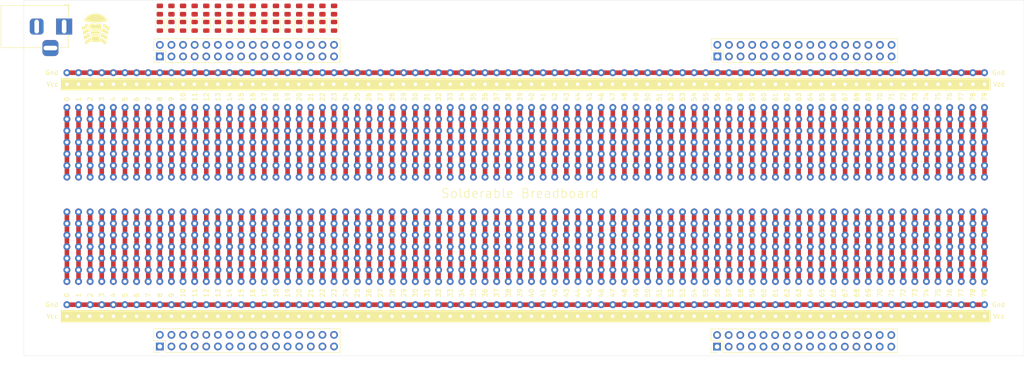
<source format=kicad_pcb>
(kicad_pcb (version 20211014) (generator pcbnew)
  (layers (0 "F.Cu" signal) (31 "B.Cu" signal) (34 "B.Paste" user) (35 "F.Paste" user) (36 "B.SilkS" user "B.Silkscreen") (37 "F.SilkS" user "F.Silkscreen") (38 "B.Mask" user) (39 "F.Mask" user) (44 "Edge.Cuts" user))
  (net 0 "")
  (net 1 "unconnected-(U1-Pad1)")
  (net 2 "unconnected-(U1-Pad2)")
  (net 3 "unconnected-(U1-Pad3)")
  (net 4 "unconnected-(U1-Pad4)")
  (net 5 "unconnected-(U1-Pad5)")
  (net 6 "unconnected-(U1-Pad6)")
  (net 7 "unconnected-(U1-Pad7)")
  (net 8 "unconnected-(U1-Pad8)")
  (net 9 "unconnected-(U1-Pad9)")
  (net 10 "unconnected-(U1-Pad10)")
  (net 11 "unconnected-(U1-Pad11)")
  (net 12 "unconnected-(U1-Pad12)")
  (net 13 "unconnected-(U1-Pad13)")
  (net 14 "unconnected-(U1-Pad14)")
  (net 15 "unconnected-(U1-Pad15)")
  (net 16 "unconnected-(U1-Pad16)")
  (net 17 "unconnected-(U1-Pad17)")
  (net 18 "unconnected-(U1-Pad18)")
  (net 19 "unconnected-(U1-Pad19)")
  (net 20 "unconnected-(U1-Pad20)")
  (net 21 "unconnected-(U1-Pad21)")
  (net 22 "unconnected-(U1-Pad22)")
  (net 23 "unconnected-(U1-Pad23)")
  (net 24 "unconnected-(U1-Pad24)")
  (net 25 "unconnected-(U1-Pad25)")
  (net 26 "unconnected-(U1-Pad26)")
  (net 27 "unconnected-(U1-Pad27)")
  (net 28 "unconnected-(U1-Pad28)")
  (net 29 "unconnected-(U1-Pad29)")
  (net 30 "unconnected-(U1-Pad30)")
  (net 31 "unconnected-(U1-Pad31)")
  (net 32 "unconnected-(U1-Pad32)")
  (net 33 "unconnected-(U1-Pad33)")
  (net 34 "unconnected-(U1-Pad34)")
  (net 35 "unconnected-(U1-Pad35)")
  (net 36 "unconnected-(U1-Pad36)")
  (net 37 "unconnected-(U1-Pad37)")
  (net 38 "unconnected-(U1-Pad38)")
  (net 39 "unconnected-(U1-Pad39)")
  (net 40 "unconnected-(U1-Pad40)")
  (net 41 "unconnected-(U1-Pad41)")
  (net 42 "unconnected-(U1-Pad42)")
  (net 43 "unconnected-(U1-Pad43)")
  (net 44 "unconnected-(U1-Pad44)")
  (net 45 "unconnected-(U1-Pad45)")
  (net 46 "unconnected-(U1-Pad46)")
  (net 47 "unconnected-(U1-Pad47)")
  (net 48 "unconnected-(U1-Pad48)")
  (net 49 "unconnected-(U1-Pad49)")
  (net 50 "unconnected-(U1-Pad50)")
  (net 51 "unconnected-(U1-Pad51)")
  (net 52 "unconnected-(U1-Pad52)")
  (net 53 "unconnected-(U1-Pad53)")
  (net 54 "unconnected-(U1-Pad54)")
  (net 55 "unconnected-(U1-Pad55)")
  (net 56 "unconnected-(U1-Pad56)")
  (net 57 "unconnected-(U1-Pad57)")
  (net 58 "unconnected-(U1-Pad58)")
  (net 59 "unconnected-(U1-Pad59)")
  (net 60 "unconnected-(U1-Pad60)")
  (net 61 "unconnected-(U1-Pad61)")
  (net 62 "unconnected-(U1-Pad62)")
  (net 63 "unconnected-(U1-Pad63)")
  (net 64 "unconnected-(U1-Pad64)")
  (net 65 "unconnected-(U1-Pad65)")
  (net 66 "unconnected-(U1-Pad66)")
  (net 67 "unconnected-(U1-Pad67)")
  (net 68 "unconnected-(U1-Pad68)")
  (net 69 "unconnected-(U1-Pad69)")
  (net 70 "unconnected-(U1-Pad70)")
  (net 71 "unconnected-(U1-Pad71)")
  (net 72 "unconnected-(U1-Pad72)")
  (net 73 "unconnected-(U1-Pad73)")
  (net 74 "unconnected-(U1-Pad74)")
  (net 75 "unconnected-(U1-Pad75)")
  (net 76 "unconnected-(U1-Pad76)")
  (net 77 "unconnected-(U1-Pad77)")
  (net 78 "unconnected-(U1-Pad78)")
  (net 79 "unconnected-(U1-Pad79)")
  (net 80 "unconnected-(U1-Pad80)")
  (net 81 "unconnected-(U1-Pad81)")
  (net 82 "unconnected-(U1-Pad82)")
  (net 83 "unconnected-(U1-Pad83)")
  (net 84 "unconnected-(U1-Pad84)")
  (net 85 "unconnected-(U1-Pad85)")
  (net 86 "unconnected-(U1-Pad86)")
  (net 87 "unconnected-(U1-Pad87)")
  (net 88 "unconnected-(U1-Pad88)")
  (net 89 "unconnected-(U1-Pad89)")
  (net 90 "unconnected-(U1-Pad90)")
  (net 91 "unconnected-(U1-Pad91)")
  (net 92 "unconnected-(U1-Pad92)")
  (net 93 "unconnected-(U1-Pad93)")
  (net 94 "unconnected-(U1-Pad94)")
  (net 95 "unconnected-(U1-Pad95)")
  (net 96 "unconnected-(U1-Pad96)")
  (net 97 "unconnected-(U1-Pad97)")
  (net 98 "unconnected-(U1-Pad98)")
  (net 99 "unconnected-(U1-Pad99)")
  (net 100 "unconnected-(U1-Pad100)")
  (net 101 "unconnected-(U1-Pad101)")
  (net 102 "unconnected-(U1-Pad102)")
  (net 103 "unconnected-(U1-Pad103)")
  (net 104 "unconnected-(U1-Pad104)")
  (net 105 "unconnected-(U1-Pad105)")
  (net 106 "unconnected-(U1-Pad106)")
  (net 107 "unconnected-(U1-Pad107)")
  (net 108 "unconnected-(U1-Pad108)")
  (net 109 "unconnected-(U1-Pad109)")
  (net 110 "unconnected-(U1-Pad110)")
  (net 111 "unconnected-(U1-Pad111)")
  (net 112 "unconnected-(U1-Pad112)")
  (net 113 "unconnected-(U1-Pad113)")
  (net 114 "unconnected-(U1-Pad114)")
  (net 115 "unconnected-(U1-Pad115)")
  (net 116 "unconnected-(U1-Pad116)")
  (net 117 "unconnected-(U1-Pad117)")
  (net 118 "unconnected-(U1-Pad118)")
  (net 119 "unconnected-(U1-Pad119)")
  (net 120 "unconnected-(U1-Pad120)")
  (net 121 "unconnected-(U1-Pad121)")
  (net 122 "unconnected-(U1-Pad122)")
  (net 123 "unconnected-(U1-Pad123)")
  (net 124 "unconnected-(U1-Pad124)")
  (net 125 "unconnected-(U1-Pad125)")
  (net 126 "unconnected-(U1-Pad126)")
  (net 127 "unconnected-(U1-Pad127)")
  (net 128 "unconnected-(U1-Pad128)")
  (net 129 "unconnected-(U1-Pad129)")
  (net 130 "unconnected-(U1-Pad130)")
  (net 131 "unconnected-(U1-Pad131)")
  (net 132 "unconnected-(U1-Pad132)")
  (net 133 "unconnected-(U1-Pad133)")
  (net 134 "unconnected-(U1-Pad134)")
  (net 135 "unconnected-(U1-Pad135)")
  (net 136 "unconnected-(U1-Pad136)")
  (net 137 "unconnected-(U1-Pad137)")
  (net 138 "unconnected-(U1-Pad138)")
  (net 139 "unconnected-(U1-Pad139)")
  (net 140 "unconnected-(U1-Pad140)")
  (net 141 "unconnected-(U1-Pad141)")
  (net 142 "unconnected-(U1-Pad142)")
  (net 143 "unconnected-(U1-Pad143)")
  (net 144 "unconnected-(U1-Pad144)")
  (net 145 "unconnected-(U1-Pad145)")
  (net 146 "unconnected-(U1-Pad146)")
  (net 147 "unconnected-(U1-Pad147)")
  (net 148 "unconnected-(U1-Pad148)")
  (net 149 "unconnected-(U1-Pad149)")
  (net 150 "unconnected-(U1-Pad150)")
  (net 151 "unconnected-(U1-Pad151)")
  (net 152 "unconnected-(U1-Pad152)")
  (net 153 "unconnected-(U1-Pad153)")
  (net 154 "unconnected-(U1-Pad154)")
  (net 155 "unconnected-(U1-Pad155)")
  (net 156 "unconnected-(U1-Pad156)")
  (net 157 "unconnected-(U1-Pad157)")
  (net 158 "unconnected-(U1-Pad158)")
  (net 159 "unconnected-(U1-Pad159)")
  (net 160 "unconnected-(U1-Pad160)")
  (net 161 "unconnected-(U1-PadGnd)")
  (net 162 "unconnected-(U1-PadVcc)")
  (net 163 "Net-(D1-Pad1)")
  (net 164 "Net-(D1-Pad2)")
  (net 165 "Net-(D2-Pad1)")
  (net 166 "Net-(D2-Pad2)")
  (net 167 "Net-(D3-Pad1)")
  (net 168 "Net-(D3-Pad2)")
  (net 169 "Net-(D4-Pad1)")
  (net 170 "Net-(D4-Pad2)")
  (net 171 "Net-(D5-Pad1)")
  (net 172 "Net-(D5-Pad2)")
  (net 173 "Net-(D6-Pad1)")
  (net 174 "Net-(D6-Pad2)")
  (net 175 "Net-(D7-Pad1)")
  (net 176 "Net-(D7-Pad2)")
  (net 177 "Net-(D8-Pad1)")
  (net 178 "Net-(D8-Pad2)")
  (net 179 "Net-(D9-Pad1)")
  (net 180 "Net-(D9-Pad2)")
  (net 181 "Net-(D10-Pad1)")
  (net 182 "Net-(D10-Pad2)")
  (net 183 "Net-(D11-Pad1)")
  (net 184 "Net-(D11-Pad2)")
  (net 185 "Net-(D12-Pad1)")
  (net 186 "Net-(D12-Pad2)")
  (net 187 "Net-(D13-Pad1)")
  (net 188 "Net-(D13-Pad2)")
  (net 189 "Net-(D14-Pad1)")
  (net 190 "Net-(D14-Pad2)")
  (net 191 "Net-(D15-Pad1)")
  (net 192 "Net-(D15-Pad2)")
  (net 193 "Net-(D16-Pad1)")
  (net 194 "Net-(D16-Pad2)")
  (net 195 "GND")
  (net 196 "VCC")
  (net 197 "Net-(D17-Pad2)")
  (net 198 "Net-(D18-Pad2)")
  (net 199 "Net-(D19-Pad2)")
  (net 200 "Net-(D20-Pad2)")
  (net 201 "Net-(D21-Pad2)")
  (net 202 "Net-(D22-Pad2)")
  (net 203 "Net-(D23-Pad2)")
  (net 204 "Net-(D24-Pad2)")
  (net 205 "Net-(D25-Pad2)")
  (net 206 "Net-(D26-Pad2)")
  (net 207 "Net-(D27-Pad2)")
  (net 208 "Net-(D28-Pad2)")
  (net 209 "Net-(D29-Pad2)")
  (net 210 "Net-(D30-Pad2)")
  (net 211 "Net-(D31-Pad2)")
  (net 212 "Net-(D32-Pad2)")
  (net 213 "Net-(J4-Pad1)")
  (net 214 "Net-(J4-Pad3)")
  (net 215 "Net-(J4-Pad5)")
  (net 216 "Net-(J4-Pad7)")
  (net 217 "Net-(J4-Pad10)")
  (net 218 "Net-(J4-Pad11)")
  (net 219 "Net-(J4-Pad13)")
  (net 220 "Net-(J4-Pad15)")
  (net 221 "Net-(J4-Pad17)")
  (net 222 "Net-(J4-Pad19)")
  (net 223 "Net-(J4-Pad21)")
  (net 224 "Net-(J4-Pad23)")
  (net 225 "Net-(J4-Pad25)")
  (net 226 "Net-(J4-Pad27)")
  (net 227 "Net-(J4-Pad29)")
  (net 228 "Net-(J4-Pad31)")
  (net 229 "Net-(J5-Pad1)")
  (net 230 "Net-(J5-Pad3)")
  (net 231 "Net-(J5-Pad5)")
  (net 232 "Net-(J5-Pad7)")
  (net 233 "Net-(J5-Pad10)")
  (net 234 "Net-(J5-Pad11)")
  (net 235 "Net-(J5-Pad13)")
  (net 236 "Net-(J5-Pad15)")
  (net 237 "Net-(J5-Pad17)")
  (net 238 "Net-(J5-Pad19)")
  (net 239 "Net-(J5-Pad21)")
  (net 240 "Net-(J5-Pad23)")
  (net 241 "Net-(J5-Pad25)")
  (net 242 "Net-(J5-Pad27)")
  (net 243 "Net-(J5-Pad29)")
  (net 244 "Net-(J5-Pad31)")
  (footprint "Resistor_SMD:R_0805_2012Metric" (layer "F.Cu") (at 66.294 64.516 90)
    (fp_text reference "R6" hide)
    (fp_text value "R_Small_US" hide)
  )
  (footprint "LED_SMD:LED_0805_2012Metric" (layer "F.Cu") (at 73.914 68.072 -90)
    (fp_text reference "D9" hide)
    (fp_text value "LED" hide)
  )
  (footprint "Resistor_SMD:R_0805_2012Metric" (layer "F.Cu") (at 81.534 64.516 90)
    (fp_text reference "R12" hide)
    (fp_text value "R_Small_US" hide)
  )
  (footprint "Resistor_SMD:R_0805_2012Metric" (layer "F.Cu") (at 84.074 64.516 90)
    (fp_text reference "R13" hide)
    (fp_text value "R_Small_US" hide)
  )
  (footprint "Resistor_SMD:R_0805_2012Metric" (layer "F.Cu") (at 63.754 64.516 90)
    (fp_text reference "R5" hide)
    (fp_text value "R_Small_US" hide)
  )
  (footprint "Resistor_SMD:R_0805_2012Metric" (layer "F.Cu") (at 68.834 64.516 90)
    (fp_text reference "R7" hide)
    (fp_text value "R_Small_US" hide)
  )
  (footprint "LED_SMD:LED_0805_2012Metric" (layer "F.Cu") (at 66.294 68.072 -90)
    (fp_text reference "D6" hide)
    (fp_text value "LED" hide)
  )
  (footprint "Resistor_SMD:R_0805_2012Metric" (layer "F.Cu") (at 53.594 64.516 90)
    (fp_text reference "R1" hide)
    (fp_text value "R_Small_US" hide)
  )
  (footprint "LED_SMD:LED_0805_2012Metric" (layer "F.Cu") (at 86.614 68.072 -90)
    (fp_text reference "D14" hide)
    (fp_text value "LED" hide)
  )
  (footprint "Resistor_SMD:R_0805_2012Metric" (layer "F.Cu") (at 76.454 64.516 90)
    (fp_text reference "R10" hide)
    (fp_text value "R_Small_US" hide)
  )
  (footprint "stephen-breadboard-footprints:full-breadboard" (layer "F.Cu") (at 129.794 70.612)
    (fp_text reference "U1" hide)
    (fp_text value "breadboard-full" hide)
  )
  (footprint "Resistor_SMD:R_0805_2012Metric" (layer "F.Cu") (at 86.614 64.516 90)
    (fp_text reference "R14" hide)
    (fp_text value "R_Small_US" hide)
  )
  (footprint "Connector_PinHeader_2.54mm:PinHeader_2x16_P2.54mm_Vertical" (layer "F.Cu") (at 175.514 74.676 90)
    (fp_text reference "J3" hide)
    (fp_text value "Conn_02x16_Odd_Even" hide)
  )
  (footprint "Connector_BarrelJack:BarrelJack_Horizontal" (layer "F.Cu") (at 32.67 68.1305)
    (fp_text reference "J1" hide)
    (fp_text value "Barrel_Jack_MountingPin" hide)
  )
  (footprint "Resistor_SMD:R_0805_2012Metric" (layer "F.Cu") (at 61.214 64.516 90)
    (fp_text reference "R4" hide)
    (fp_text value "R_Small_US" hide)
  )
  (footprint "LED_SMD:LED_0805_2012Metric" (layer "F.Cu") (at 56.134 68.072 -90)
    (fp_text reference "D2" hide)
    (fp_text value "LED" hide)
  )
  (footprint "LED_SMD:LED_0805_2012Metric" (layer "F.Cu") (at 71.374 68.072 -90)
    (fp_text reference "D8" hide)
    (fp_text value "LED" hide)
  )
  (footprint "Resistor_SMD:R_0805_2012Metric" (layer "F.Cu") (at 58.674 64.516 90)
    (fp_text reference "R3" hide)
    (fp_text value "R_Small_US" hide)
  )
  (footprint "LED_SMD:LED_0805_2012Metric" (layer "F.Cu") (at 63.754 68.072 -90)
    (fp_text reference "D5" hide)
    (fp_text value "LED" hide)
  )
  (footprint "Resistor_SMD:R_0805_2012Metric" (layer "F.Cu") (at 89.154 64.516 90)
    (fp_text reference "R15" hide)
    (fp_text value "R_Small_US" hide)
  )
  (footprint "LED_SMD:LED_0805_2012Metric" (layer "F.Cu") (at 61.214 68.072 -90)
    (fp_text reference "D4" hide)
    (fp_text value "LED" hide)
  )
  (footprint "LED_SMD:LED_0805_2012Metric" (layer "F.Cu") (at 68.834 68.072 -90)
    (fp_text reference "D7" hide)
    (fp_text value "LED" hide)
  )
  (footprint "Resistor_SMD:R_0805_2012Metric" (layer "F.Cu") (at 56.134 64.516 90)
    (fp_text reference "R2" hide)
    (fp_text value "R_Small_US" hide)
  )
  (footprint "LED_SMD:LED_0805_2012Metric" (layer "F.Cu") (at 89.154 68.072 -90)
    (fp_text reference "D15" hide)
    (fp_text value "LED" hide)
  )
  (footprint "Resistor_SMD:R_0805_2012Metric" (layer "F.Cu") (at 91.694 64.516 90)
    (fp_text reference "R16" hide)
    (fp_text value "R_Small_US" hide)
  )
  (footprint "LED_SMD:LED_0805_2012Metric" (layer "F.Cu") (at 53.594 68.072 -90)
    (fp_text reference "D1" hide)
    (fp_text value "LED" hide)
  )
  (footprint "Resistor_SMD:R_0805_2012Metric" (layer "F.Cu") (at 73.914 64.516 90)
    (fp_text reference "R9" hide)
    (fp_text value "R_Small_US" hide)
  )
  (footprint "Connector_PinHeader_2.54mm:PinHeader_2x16_P2.54mm_Vertical" (layer "F.Cu") (at 175.45 138.22 90)
    (fp_text reference "J4" hide)
    (fp_text value "Conn_02x16_Odd_Even" hide)
  )
  (footprint "LED_SMD:LED_0805_2012Metric" (layer "F.Cu") (at 81.534 68.072 -90)
    (fp_text reference "D12" hide)
    (fp_text value "LED" hide)
  )
  (footprint "LED_SMD:LED_0805_2012Metric" (layer "F.Cu") (at 91.694 68.072 -90)
    (fp_text reference "D16" hide)
    (fp_text value "LED" hide)
  )
  (footprint "LED_SMD:LED_0805_2012Metric" (layer "F.Cu") (at 76.454 68.072 -90)
    (fp_text reference "D10" hide)
    (fp_text value "LED" hide)
  )
  (footprint "LED_SMD:LED_0805_2012Metric" (layer "F.Cu") (at 58.674 68.072 -90)
    (fp_text reference "D3" hide)
    (fp_text value "LED" hide)
  )
  (footprint "LED_SMD:LED_0805_2012Metric" (layer "F.Cu") (at 78.994 68.072 -90)
    (fp_text reference "D11" hide)
    (fp_text value "LED" hide)
  )
  (footprint "LED_SMD:LED_0805_2012Metric" (layer "F.Cu") (at 84.074 68.072 -90)
    (fp_text reference "D13" hide)
    (fp_text value "LED" hide)
  )
  (footprint "Connector_PinHeader_2.54mm:PinHeader_2x16_P2.54mm_Vertical" (layer "F.Cu") (at 53.594 138.176 90)
    (fp_text reference "J5" hide)
    (fp_text value "Conn_02x16_Odd_Even")
  )
  (footprint "Resistor_SMD:R_0805_2012Metric" (layer "F.Cu") (at 71.374 64.516 90)
    (fp_text reference "R8" hide)
    (fp_text value "R_Small_US" hide)
  )
  (footprint "Connector_PinHeader_2.54mm:PinHeader_2x16_P2.54mm_Vertical" (layer "F.Cu") (at 53.595 74.676 90)
    (fp_text reference "J2" hide)
    (fp_text value "Conn_02x16_Odd_Even" hide)
  )
  (footprint "Resistor_SMD:R_0805_2012Metric" (layer "F.Cu") (at 78.994 64.516 90)
    (fp_text reference "R11" hide)
    (fp_text value "R_Small_US" hide)
  )
  (gr_line (start 37.91124 65.908624) (end 37.8703 65.734729) (layer "F.SilkS") (width 0.026458))
  (gr_line (start 37.420889 65.020048) (end 37.383853 65.033072) (layer "F.SilkS") (width 0.026458))
  (gr_poly (pts (xy 40.785045 69.651925) (xy 40.654076 70.373179) (xy 41.224782 70.373179) (xy 41.599168 70.917162) (xy 42.034936 70.917162) (xy 42.158497 70.191939) (xy 41.657112 70.195908) (xy 41.26738 69.651925) (xy 40.785045 69.651925)) (layer "F.SilkS") (width 0.026458) (fill solid))
  (gr_poly (pts (xy 38.119103 68.59809) (xy 38.250072 69.319608) (xy 37.679101 69.319608) (xy 37.30498 69.863592) (xy 36.869212 69.863592) (xy 36.745651 69.138369) (xy 37.247037 69.142073) (xy 37.636768 68.59809) (xy 38.119103 68.59809)) (layer "F.SilkS") (width 0.026458) (fill solid))
  (gr_poly (pts (xy 38.62922 70.087958) (xy 38.854116 71.482312) (xy 40.254026 71.482312) (xy 40.478922 70.087958) (xy 38.62922 70.087958)) (layer "F.SilkS") (width 0.026458) (fill solid))
  (gr_poly (pts (xy 38.272033 67.481813) (xy 39.210245 67.481813) (xy 39.211804 67.49374) (xy 39.213705 67.505609) (xy 39.215946 67.517414) (xy 39.218527 67.529147) (xy 39.221445 67.5408) (xy 39.224699 67.552367) (xy 39.228286 67.56384) (xy 39.232206 67.575211) (xy 39.234308 67.580024) (xy 39.236501 67.584791) (xy 39.238785 67.589512) (xy 39.241159 67.594186) (xy 39.243623 67.598812) (xy 39.246175 67.603387) (xy 39.248814 67.607911) (xy 39.251541 67.612383) (xy 39.254354 67.616801) (xy 39.257252 67.621164) (xy 39.260235 67.625471) (xy 39.263302 67.629721) (xy 39.266452 67.633911) (xy 39.269684 67.638042) (xy 39.272997 67.642112) (xy 39.276392 67.646119) (xy 39.280968 67.651955) (xy 39.285649 67.657703) (xy 39.290432 67.663361) (xy 39.295316 67.668928) (xy 39.300299 67.674403) (xy 39.305382 67.679783) (xy 39.310561 67.685068) (xy 39.315836 67.690257) (xy 39.321206 67.695349) (xy 39.326668 67.700341) (xy 39.332223 67.705232) (xy 39.337867 67.710023) (xy 39.343601 67.71471) (xy 39.349422 67.719293) (xy 39.355329 67.72377) (xy 39.361322 67.72814) (xy 39.369069 67.733419) (xy 39.376931 67.738509) (xy 39.384903 67.743408) (xy 39.392984 67.748114) (xy 39.401168 67.752626) (xy 39.409454 67.756943) (xy 39.417836 67.761062) (xy 39.426311 67.764982) (xy 39.434877 67.768702) (xy 39.443529 67.77222) (xy 39.452263 67.775534) (xy 39.461077 67.778643) (xy 39.469966 67.781545) (xy 39.478928 67.784238) (xy 39.487958 67.786722) (xy 39.497053 67.788993) (xy 39.505888 67.791103) (xy 39.514767 67.792998) (xy 39.523686 67.794679) (xy 39.532642 67.796145) (xy 39.541631 67.797394) (xy 39.550649 67.798427) (xy 39.559691 67.799244) (xy 39.568754 67.799842) (xy 39.577176 67.800146) (xy 39.585598 67.800249) (xy 39.594018 67.800152) (xy 39.602432 67.799854) (xy 39.610837 67.799357) (xy 39.619229 67.79866) (xy 39.627604 67.797763) (xy 39.635959 67.796666) (xy 39.644021 67.795184) (xy 39.65204 67.793522) (xy 39.660014 67.791681) (xy 39.667939 67.789661) (xy 39.675813 67.787466) (xy 39.683633 67.785094) (xy 39.691395 67.782548) (xy 39.699097 67.779829) (xy 39.706736 67.776936) (xy 39.714309 67.773873) (xy 39.721813 67.770639) (xy 39.729245 67.767236) (xy 39.736603 67.763665) (xy 39.743882 67.759926) (xy 39.751081 67.756022) (xy 39.758197 67.751952) (xy 39.765632 67.747729) (xy 39.772968 67.74335) (xy 39.780204 67.738818) (xy 39.787336 67.734134) (xy 39.794363 67.7293) (xy 39.801282 67.724318) (xy 39.80809 67.719189) (xy 39.814786 67.713916) (xy 39.821368 67.708501) (xy 39.827832 67.702945) (xy 39.834177 67.69725) (xy 39.8404 67.691418) (xy 39.846499 67.68545) (xy 39.852472 67.67935) (xy 39.858317 67.673118) (xy 39.86403 67.666756) (xy 39.869118 67.66122) (xy 39.874059 67.655563) (xy 39.878851 67.649788) (xy 39.883492 67.6439) (xy 39.887981 67.6379) (xy 39.892315 67.631791) (xy 39.896492 67.625578) (xy 39.900511 67.619262) (xy 39.90437 67.612847) (xy 39.908066 67.606336) (xy 39.911599 67.599732) (xy 39.914966 67.593038) (xy 39.918165 67.586257) (xy 39.921194 67.579392) (xy 39.924052 67.572446) (xy 39.926736 67.565422) (xy 39.929929 67.555101) (xy 39.932985 67.544739) (xy 39.935904 67.53434) (xy 39.938686 67.523903) (xy 39.94133 67.513431) (xy 39.943836 67.502924) (xy 39.946203 67.492385) (xy 39.948432 67.481813) (xy 40.828966 67.481813) (xy 40.678946 68.789383) (xy 38.448245 68.789383) (xy 38.272033 67.481813)) (layer "F.SilkS") (width 0.026458) (fill solid))
  (gr_line (start 42.341914 66.177113) (end 42.395523 66.389659) (layer "F.SilkS") (width 0.026458))
  (gr_line (start 41.703397 65.057) (end 41.73921 65.061587) (layer "F.SilkS") (width 0.026458))
  (gr_line (start 37.729769 65.299397) (end 37.676154 65.191868) (layer "F.SilkS") (width 0.026458))
  (gr_line (start 38.052428 66.677743) (end 37.985828 66.283755) (layer "F.SilkS") (width 0.026458))
  (gr_line (start 37.524833 65.030276) (end 37.491346 65.01898) (layer "F.SilkS") (width 0.026458))
  (gr_line (start 41.174183 66.325295) (end 41.248797 65.950164) (layer "F.SilkS") (width 0.026458))
  (gr_poly (pts (xy 40.569674 70.679037) (xy 40.438441 71.400556) (xy 41.009412 71.400556) (xy 41.383532 71.94454) (xy 41.819566 71.94454) (xy 41.942862 71.219052) (xy 41.441476 71.223021) (xy 41.051745 70.679037) (xy 40.569674 70.679037)) (layer "F.SilkS") (width 0.026458) (fill solid))
  (gr_line (start 37.588487 65.074881) (end 37.557203 65.04902) (layer "F.SilkS") (width 0.026458))
  (gr_line (start 37.179303 65.236294) (end 37.094073 65.379697) (layer "F.SilkS") (width 0.026458))
  (gr_line (start 41.980697 65.277833) (end 41.980697 65.277833) (layer "F.SilkS") (width 0.026458))
  (gr_line (start 41.248797 65.950164) (end 41.289754 65.776269) (layer "F.SilkS") (width 0.026458))
  (gr_poly (pts (xy 38.957304 65.953844) (xy 38.957099 65.95574) (xy 38.956559 65.959094) (xy 38.954922 65.968065) (xy 38.952541 65.980302) (xy 38.930308 65.98244) (xy 38.90813 65.985027) (xy 38.886014 65.988063) (xy 38.863966 65.991547) (xy 38.841993 65.995477) (xy 38.820103 65.999852) (xy 38.798301 66.004672) (xy 38.776594 66.009935) (xy 38.765203 66.013418) (xy 38.75386 66.01705) (xy 38.742566 66.020831) (xy 38.731324 66.02476) (xy 38.720135 66.028837) (xy 38.709 66.033061) (xy 38.697921 66.037432) (xy 38.686899 66.041949) (xy 38.683674 66.043235) (xy 38.680049 66.044744) (xy 38.670991 66.04863) (xy 38.65851 66.054005) (xy 38.641391 66.061265) (xy 38.595354 66.080844) (xy 38.585619 66.085484) (xy 38.57596 66.090274) (xy 38.566378 66.095213) (xy 38.556875 66.100301) (xy 38.547452 66.105536) (xy 38.538112 66.110918) (xy 38.528855 66.116445) (xy 38.519684 66.122118) (xy 38.509837 66.129445) (xy 38.5001 66.137075) (xy 38.48069 66.152876) (xy 38.470888 66.16086) (xy 38.460933 66.168776) (xy 38.450762 66.176531) (xy 38.445574 66.180318) (xy 38.440308 66.184031) (xy 38.439443 66.18511) (xy 38.438561 66.186174) (xy 38.437661 66.187224) (xy 38.436743 66.188257) (xy 38.435808 66.189275) (xy 38.434855 66.190277) (xy 38.433886 66.191263) (xy 38.4329 66.192233) (xy 38.431303 66.193795) (xy 38.429845 66.195152) (xy 38.428467 66.196372) (xy 38.427112 66.197525) (xy 38.42423 66.199898) (xy 38.422586 66.201255) (xy 38.420729 66.202816) (xy 38.410674 66.21287) (xy 38.396122 66.229274) (xy 38.386333 66.240651) (xy 38.377682 66.237533) (xy 38.369122 66.234187) (xy 38.360657 66.230614) (xy 38.352293 66.226818) (xy 38.344033 66.222799) (xy 38.335881 66.21856) (xy 38.327843 66.214104) (xy 38.319923 66.209432) (xy 38.315827 66.207151) (xy 38.311807 66.204753) (xy 38.307867 66.202238) (xy 38.304008 66.19961) (xy 38.300233 66.19687) (xy 38.296543 66.19402) (xy 38.292942 66.191063) (xy 38.289431 66.188001) (xy 38.286014 66.184835) (xy 38.282691 66.181567) (xy 38.279467 66.178201) (xy 38.276342 66.174737) (xy 38.27332 66.171179) (xy 38.270402 66.167527) (xy 38.267591 66.163785) (xy 38.264889 66.159954) (xy 38.244781 66.122912) (xy 38.27653 66.087723) (xy 38.288172 66.07585) (xy 38.297738 66.06618) (xy 38.302004 66.06192) (xy 38.30537 66.058619) (xy 38.312854 66.051362) (xy 38.320462 66.044238) (xy 38.328192 66.037249) (xy 38.336042 66.030396) (xy 38.34401 66.023681) (xy 38.352095 66.017105) (xy 38.360294 66.010671) (xy 38.368606 66.004379) (xy 38.375663 65.998625) (xy 38.382814 65.992992) (xy 38.390058 65.987481) (xy 38.397392 65.982092) (xy 38.404816 65.976826) (xy 38.412327 65.971686) (xy 38.419925 65.966671) (xy 38.427607 65.961783) (xy 38.431902 65.959124) (xy 38.436272 65.956491) (xy 38.445334 65.951199) (xy 38.465442 65.939822) (xy 38.47894 65.932364) (xy 38.489685 65.926592) (xy 38.497701 65.922409) (xy 38.503013 65.919713) (xy 38.526297 65.908071) (xy 38.556249 65.894333) (xy 38.586528 65.881372) (xy 38.617118 65.869194) (xy 38.648005 65.857804) (xy 38.679173 65.847207) (xy 38.710607 65.837409) (xy 38.742292 65.828415) (xy 38.774211 65.82023) (xy 38.802303 65.814384) (xy 38.83027 65.809175) (xy 38.856997 65.804649) (xy 38.881368 65.800849) (xy 38.932961 65.793771) (xy 38.934913 65.798393) (xy 38.939642 65.809911) (xy 38.942522 65.817155) (xy 38.945463 65.824802) (xy 38.948256 65.832412) (xy 38.950689 65.839545) (xy 38.952575 65.846532) (xy 38.954266 65.853558) (xy 38.955762 65.860621) (xy 38.957062 65.867716) (xy 38.958165 65.874838) (xy 38.959073 65.881984) (xy 38.959784 65.889149) (xy 38.960298 65.89633) (xy 38.960616 65.903522) (xy 38.960736 65.910721) (xy 38.960659 65.917924) (xy 38.960384 65.925126) (xy 38.959911 65.932323) (xy 38.95924 65.939511) (xy 38.958371 65.946686) (xy 38.957304 65.953844)) (layer "F.SilkS") (width 0.026458) (fill solid))
  (gr_poly (pts (xy 38.449039 69.002902) (xy 40.653018 69.002902) (xy 40.523901 69.874175) (xy 38.60091 69.874175) (xy 38.449039 69.002902)) (layer "F.SilkS") (width 0.026458) (fill solid))
  (gr_line (start 37.306005 65.085751) (end 37.265127 65.126065) (layer "F.SilkS") (width 0.026458))
  (gr_line (start 42.395523 66.389659) (end 42.485357 66.812251) (layer "F.SilkS") (width 0.026458))
  (gr_line (start 37.265127 65.126065) (end 37.222904 65.176136) (layer "F.SilkS") (width 0.026458))
  (gr_line (start 37.094073 65.379697) (end 37.015482 65.545733) (layer "F.SilkS") (width 0.026458))
  (gr_poly (pts (xy 38.533441 70.679037) (xy 38.664674 71.400556) (xy 38.093703 71.400556) (xy 37.719583 71.94454) (xy 37.283549 71.94454) (xy 37.160253 71.219052) (xy 37.661639 71.223021) (xy 38.05137 70.679037) (xy 38.533441 70.679037)) (layer "F.SilkS") (width 0.026458) (fill solid))
  (gr_line (start 41.602915 65.09056) (end 41.635282 65.071816) (layer "F.SilkS") (width 0.026458))
  (gr_line (start 36.877587 65.928101) (end 36.817969 66.135635) (layer "F.SilkS") (width 0.026458))
  (gr_line (start 37.985828 66.283755) (end 37.91124 65.908624) (layer "F.SilkS") (width 0.026458))
  (gr_line (start 37.779825 65.427476) (end 37.729769 65.299397) (layer "F.SilkS") (width 0.026458))
  (gr_line (start 41.980697 65.277833) (end 42.065883 65.421234) (layer "F.SilkS") (width 0.026458))
  (gr_line (start 37.491346 65.01898) (end 37.456709 65.01546) (layer "F.SilkS") (width 0.026458))
  (gr_line (start 42.599859 67.524282) (end 42.635805 67.824183) (layer "F.SilkS") (width 0.026458))
  (gr_poly (pts (xy 40.984012 68.59809) (xy 40.853043 69.319608) (xy 41.424014 69.319608) (xy 41.798134 69.863592) (xy 42.234168 69.863592) (xy 42.357464 69.138369) (xy 41.856078 69.142073) (xy 41.466347 68.59809) (xy 40.984012 68.59809)) (layer "F.SilkS") (width 0.026458) (fill solid))
  (gr_line (start 41.854056 65.12729) (end 41.894916 65.167605) (layer "F.SilkS") (width 0.026458))
  (gr_line (start 36.606878 67.16083) (end 36.560104 67.482966) (layer "F.SilkS") (width 0.026458))
  (gr_line (start 37.8703 65.734729) (end 37.826582 65.573467) (layer "F.SilkS") (width 0.026458))
  (gr_line (start 37.383853 65.033072) (end 37.345569 65.054863) (layer "F.SilkS") (width 0.026458))
  (gr_line (start 42.21653 65.771516) (end 42.282301 65.969599) (layer "F.SilkS") (width 0.026458))
  (gr_line (start 41.73921 65.061587) (end 41.776235 65.074612) (layer "F.SilkS") (width 0.026458))
  (gr_line (start 42.144442 65.587261) (end 42.21653 65.771516) (layer "F.SilkS") (width 0.026458))
  (gr_line (start 41.541398 65.149069) (end 41.571631 65.116421) (layer "F.SilkS") (width 0.026458))
  (gr_line (start 41.814507 65.096403) (end 41.854056 65.12729) (layer "F.SilkS") (width 0.026458))
  (gr_poly (pts (xy 39.553939 65.273071) (xy 39.421772 65.276695) (xy 39.291259 65.287302) (xy 39.162592 65.304492) (xy 39.035968 65.327867) (xy 38.911579 65.357029) (xy 38.78962 65.39158) (xy 38.670285 65.431119) (xy 38.553768 65.47525) (xy 38.329967 65.57569) (xy 38.11977 65.689711) (xy 37.924732 65.814124) (xy 37.746405 65.945741) (xy 37.586343 66.081374) (xy 37.446101 66.217833) (xy 37.327232 66.35193) (xy 37.23129 66.480477) (xy 37.159828 66.600284) (xy 37.114401 66.708165) (xy 37.101936 66.756635) (xy 37.096563 66.800929) (xy 37.098474 66.840646) (xy 37.107866 66.875388) (xy 37.121153 66.899944) (xy 37.139497 66.921739) (xy 37.162692 66.940952) (xy 37.190532 66.957763) (xy 37.222813 66.97235) (xy 37.259328 66.984893) (xy 37.299873 66.995569) (xy 37.344242 67.004559) (xy 37.443631 67.018192) (xy 37.555852 67.027225) (xy 37.81222 67.037214) (xy 38.100201 67.045975) (xy 38.251939 67.053473) (xy 38.406652 67.064958) (xy 38.562696 67.081861) (xy 38.718429 67.105614) (xy 38.795666 67.120507) (xy 38.872209 67.137648) (xy 38.947852 67.157218) (xy 39.022391 67.179394) (xy 39.085575 67.199302) (xy 39.149316 67.216684) (xy 39.213539 67.231539) (xy 39.27817 67.243865) (xy 39.343135 67.253663) (xy 39.408358 67.260931) (xy 39.473767 67.265667) (xy 39.539286 67.267871) (xy 39.604842 67.267541) (xy 39.670359 67.264677) (xy 39.735764 67.259278) (xy 39.800982 67.251342) (xy 39.865939 67.240868) (xy 39.93056 67.227856) (xy 39.994772 67.212304) (xy 40.0585 67.194211) (xy 40.213342 67.15476) (xy 40.371206 67.124211) (xy 40.530485 67.101213) (xy 40.689576 67.084417) (xy 41.000772 67.064032) (xy 41.291953 67.052262) (xy 41.550281 67.038308) (xy 41.663113 67.027139) (xy 41.762916 67.011375) (xy 41.848086 66.989668) (xy 41.917018 66.960667) (xy 41.944893 66.94301) (xy 41.968106 66.923024) (xy 41.986458 66.900539) (xy 41.999747 66.875388) (xy 42.009174 66.839947) (xy 42.011097 66.799618) (xy 42.00571 66.754796) (xy 41.993212 66.705875) (xy 41.973798 66.653249) (xy 41.947665 66.597314) (xy 41.91501 66.538463) (xy 41.876029 66.477091) (xy 41.830919 66.413591) (xy 41.779877 66.348359) (xy 41.723099 66.281789) (xy 41.660781 66.214274) (xy 41.593121 66.146211) (xy 41.520315 66.077992) (xy 41.442559 66.010012) (xy 41.36005 65.942665) (xy 41.272985 65.876347) (xy 41.181561 65.81145) (xy 41.085973 65.74837) (xy 40.986419 65.687501) (xy 40.883094 65.629238) (xy 40.776197 65.573974) (xy 40.665922 65.522104) (xy 40.552468 65.474022) (xy 40.43603 65.430123) (xy 40.316805 65.390801) (xy 40.19499 65.35645) (xy 40.07078 65.327466) (xy 39.944374 65.304241) (xy 39.815967 65.287171) (xy 39.685757 65.276649) (xy 39.553939 65.273071)) (layer "F.SilkS") (width 0.026458) (fill solid))
  (gr_line (start 41.289754 65.776269) (end 41.333488 65.615006) (layer "F.SilkS") (width 0.026458))
  (gr_line (start 41.107572 66.719283) (end 41.174183 66.325295) (layer "F.SilkS") (width 0.026458))
  (gr_line (start 36.817969 66.135635) (end 36.764361 66.348203) (layer "F.SilkS") (width 0.026458))
  (gr_poly (pts (xy 37.909818 67.609606) (xy 38.040787 68.33086) (xy 37.469816 68.33086) (xy 37.095695 68.874844) (xy 36.659662 68.874844) (xy 36.536366 68.149621) (xy 37.037751 68.15359) (xy 37.427483 67.609606) (xy 37.909818 67.609606)) (layer "F.SilkS") (width 0.026458) (fill solid))
  (gr_line (start 42.553052 67.202189) (end 42.599859 67.524282) (layer "F.SilkS") (width 0.026458))
  (gr_line (start 41.571631 65.116421) (end 41.602915 65.09056) (layer "F.SilkS") (width 0.026458))
  (gr_line (start 41.776235 65.074612) (end 41.814507 65.096403) (layer "F.SilkS") (width 0.026458))
  (gr_line (start 41.380261 65.469016) (end 41.43033 65.340936) (layer "F.SilkS") (width 0.026458))
  (gr_line (start 37.179303 65.236294) (end 37.179303 65.236294) (layer "F.SilkS") (width 0.026458))
  (gr_line (start 41.483956 65.233408) (end 41.541398 65.149069) (layer "F.SilkS") (width 0.026458))
  (gr_poly (pts (xy 40.742976 66.179798) (xy 40.737217 66.184291) (xy 40.731338 66.18862) (xy 40.725344 66.192782) (xy 40.719237 66.196776) (xy 40.713023 66.200599) (xy 40.706703 66.204248) (xy 40.700283 66.207722) (xy 40.693764 66.211019) (xy 40.690626 66.208448) (xy 40.682552 66.201957) (xy 40.677292 66.197816) (xy 40.671551 66.193383) (xy 40.665581 66.188888) (xy 40.659633 66.184561) (xy 40.65504 66.181585) (xy 40.650408 66.178674) (xy 40.645735 66.175829) (xy 40.641023 66.17305) (xy 40.636272 66.170337) (xy 40.631484 66.167691) (xy 40.626659 66.165112) (xy 40.621797 66.1626) (xy 40.600598 66.150099) (xy 40.587455 66.142211) (xy 40.572849 66.133232) (xy 40.525488 66.111535) (xy 40.516455 66.107794) (xy 40.505612 66.103432) (xy 40.499503 66.101073) (xy 40.492932 66.098624) (xy 40.485897 66.096107) (xy 40.478393 66.093544) (xy 40.455804 66.086533) (xy 40.442116 66.082382) (xy 40.427064 66.077934) (xy 40.401279 66.07062) (xy 40.385694 66.066385) (xy 40.368425 66.061893) (xy 40.349557 66.05724) (xy 40.329172 66.052521) (xy 40.307355 66.047834) (xy 40.284189 66.043273) (xy 40.263841 66.03957) (xy 40.243441 66.036197) (xy 40.222991 66.033154) (xy 40.202497 66.03044) (xy 40.181961 66.028058) (xy 40.161388 66.026007) (xy 40.140782 66.024288) (xy 40.120147 66.022901) (xy 40.117832 66.005603) (xy 40.115905 65.989749) (xy 40.115032 65.981703) (xy 40.114326 65.974217) (xy 40.113381 65.964734) (xy 40.112754 65.955232) (xy 40.112444 65.94572) (xy 40.112451 65.936205) (xy 40.112775 65.926696) (xy 40.113416 65.917201) (xy 40.114374 65.907727) (xy 40.115648 65.898282) (xy 40.117263 65.890305) (xy 40.119032 65.882364) (xy 40.120954 65.87446) (xy 40.123029 65.866595) (xy 40.125256 65.858772) (xy 40.127635 65.850993) (xy 40.130165 65.84326) (xy 40.132845 65.835576) (xy 40.132846 65.835576) (xy 40.179049 65.840338) (xy 40.200684 65.842785) (xy 40.224264 65.845622) (xy 40.248742 65.848794) (xy 40.273075 65.852245) (xy 40.292308 65.855202) (xy 40.311495 65.858431) (xy 40.330632 65.86193) (xy 40.349716 65.8657) (xy 40.368746 65.869738) (xy 40.387717 65.874046) (xy 40.406628 65.878622) (xy 40.425474 65.883465) (xy 40.443059 65.888169) (xy 40.460567 65.893137) (xy 40.477996 65.898369) (xy 40.495344 65.903863) (xy 40.512606 65.909618) (xy 40.52978 65.915635) (xy 40.546863 65.92191) (xy 40.563852 65.928445) (xy 40.590311 65.939293) (xy 40.604631 65.944915) (xy 40.611854 65.947851) (xy 40.61915 65.950935) (xy 40.627613 65.954717) (xy 40.637638 65.959368) (xy 40.658309 65.969191) (xy 40.667937 65.974371) (xy 40.676991 65.979377) (xy 40.693466 65.98877) (xy 40.707906 65.99717) (xy 40.720486 66.00438) (xy 40.726885 66.007953) (xy 40.733233 66.011612) (xy 40.739531 66.015356) (xy 40.745777 66.019185) (xy 40.751971 66.023098) (xy 40.758111 66.027095) (xy 40.764197 66.031175) (xy 40.770228 66.035338) (xy 40.775699 66.039468) (xy 40.781094 66.043697) (xy 40.78641 66.048022) (xy 40.791646 66.052442) (xy 40.796801 66.056957) (xy 40.801874 66.061565) (xy 40.806863 66.066265) (xy 40.811768 66.071056) (xy 40.776843 66.133762) (xy 40.775385 66.137074) (xy 40.773833 66.140337) (xy 40.772189 66.143548) (xy 40.770452 66.146707) (xy 40.768626 66.149811) (xy 40.76671 66.152858) (xy 40.764708 66.155847) (xy 40.762619 66.158775) (xy 40.760446 66.16164) (xy 40.758189 66.164442) (xy 40.75585 66.167178) (xy 40.753431 66.169845) (xy 40.750932 66.172443) (xy 40.748356 66.174969) (xy 40.745703 66.177422) (xy 40.742975 66.179799) (xy 40.742976 66.179798)) (layer "F.SilkS") (width 0.026458) (fill solid))
  (gr_line (start 41.937119 65.217676) (end 41.980697 65.277833) (layer "F.SilkS") (width 0.026458))
  (gr_line (start 36.943372 65.73) (end 36.877587 65.928101) (layer "F.SilkS") (width 0.026458))
  (gr_line (start 41.668765 65.060519) (end 41.703397 65.057) (layer "F.SilkS") (width 0.026458))
  (gr_line (start 37.676154 65.191868) (end 37.618718 65.107529) (layer "F.SilkS") (width 0.026458))
  (gr_line (start 37.618718 65.107529) (end 37.588487 65.074881) (layer "F.SilkS") (width 0.026458))
  (gr_line (start 36.674545 66.770844) (end 36.606878 67.16083) (layer "F.SilkS") (width 0.026458))
  (gr_line (start 42.065883 65.421234) (end 42.144442 65.587261) (layer "F.SilkS") (width 0.026458))
  (gr_line (start 41.635282 65.071816) (end 41.668765 65.060519) (layer "F.SilkS") (width 0.026458))
  (gr_line (start 36.764361 66.348203) (end 36.674545 66.770844) (layer "F.SilkS") (width 0.026458))
  (gr_line (start 41.43033 65.340936) (end 41.483956 65.233408) (layer "F.SilkS") (width 0.026458))
  (gr_line (start 42.282301 65.969599) (end 42.341914 66.177113) (layer "F.SilkS") (width 0.026458))
  (gr_line (start 37.826582 65.573467) (end 37.779825 65.427476) (layer "F.SilkS") (width 0.026458))
  (gr_line (start 37.015482 65.545733) (end 36.943372 65.73) (layer "F.SilkS") (width 0.026458))
  (gr_line (start 41.894916 65.167605) (end 41.937119 65.217676) (layer "F.SilkS") (width 0.026458))
  (gr_line (start 36.560104 67.482966) (end 36.524195 67.782909) (layer "F.SilkS") (width 0.026458))
  (gr_poly (pts (xy 41.251241 67.609606) (xy 41.120007 68.33086) (xy 41.690978 68.33086) (xy 42.065099 68.874844) (xy 42.501132 68.874844) (xy 42.624428 68.149621) (xy 42.123043 68.15359) (xy 41.733312 67.609606) (xy 41.251241 67.609606)) (layer "F.SilkS") (width 0.026458) (fill solid))
  (gr_line (start 37.345569 65.054863) (end 37.306005 65.085751) (layer "F.SilkS") (width 0.026458))
  (gr_line (start 37.456709 65.01546) (end 37.420889 65.020048) (layer "F.SilkS") (width 0.026458))
  (gr_line (start 42.485357 66.812251) (end 42.553052 67.202189) (layer "F.SilkS") (width 0.026458))
  (gr_line (start 37.557203 65.04902) (end 37.524833 65.030276) (layer "F.SilkS") (width 0.026458))
  (gr_line (start 41.333488 65.615006) (end 41.380261 65.469016) (layer "F.SilkS") (width 0.026458))
  (gr_line (start 37.222904 65.176136) (end 37.179303 65.236294) (layer "F.SilkS") (width 0.026458))
  (gr_poly (pts (xy 38.31807 69.651925) (xy 38.449039 70.373179) (xy 37.878333 70.373179) (xy 37.503947 70.917162) (xy 37.068178 70.917162) (xy 36.944618 70.191939) (xy 37.446268 70.195908) (xy 37.835735 69.651925) (xy 38.31807 69.651925)) (layer "F.SilkS") (width 0.026458) (fill solid))
  (gr_rect (start 23.876 62.338) (end 242.57 140.208) (layer "Edge.Cuts") (width 0.05) (fill none))
  (segment (start 33.274 85.852) (end 33.274 101.092) (width 1) (layer "F.Cu") (net 1))
  (segment (start 35.814 85.852) (end 35.814 101.092) (width 1) (layer "F.Cu") (net 2))
  (segment (start 38.354 85.852) (end 38.354 101.092) (width 1) (layer "F.Cu") (net 3))
  (segment (start 40.894 85.852) (end 40.894 101.092) (width 1) (layer "F.Cu") (net 4))
  (segment (start 43.434 85.852) (end 43.434 101.092) (width 1) (layer "F.Cu") (net 5))
  (segment (start 45.974 85.852) (end 45.974 101.092) (width 1) (layer "F.Cu") (net 6))
  (segment (start 48.514 85.852) (end 48.514 101.092) (width 1) (layer "F.Cu") (net 7))
  (segment (start 51.054 85.852) (end 51.054 101.092) (width 1) (layer "F.Cu") (net 8))
  (segment (start 53.594 85.852) (end 53.594 101.092) (width 1) (layer "F.Cu") (net 9))
  (segment (start 56.134 85.852) (end 56.134 101.092) (width 1) (layer "F.Cu") (net 10))
  (segment (start 58.674 85.852) (end 58.674 101.092) (width 1) (layer "F.Cu") (net 11))
  (segment (start 61.214 85.852) (end 61.214 101.092) (width 1) (layer "F.Cu") (net 12))
  (segment (start 63.754 85.852) (end 63.754 101.092) (width 1) (layer "F.Cu") (net 13))
  (segment (start 66.294 85.852) (end 66.294 101.092) (width 1) (layer "F.Cu") (net 14))
  (segment (start 68.834 85.852) (end 68.834 101.092) (width 1) (layer "F.Cu") (net 15))
  (segment (start 71.374 85.852) (end 71.374 101.092) (width 1) (layer "F.Cu") (net 16))
  (segment (start 73.914 85.852) (end 73.914 101.092) (width 1) (layer "F.Cu") (net 17))
  (segment (start 76.454 85.852) (end 76.454 101.092) (width 1) (layer "F.Cu") (net 18))
  (segment (start 78.994 85.852) (end 78.994 101.092) (width 1) (layer "F.Cu") (net 19))
  (segment (start 81.534 85.852) (end 81.534 101.092) (width 1) (layer "F.Cu") (net 20))
  (segment (start 84.074 85.852) (end 84.074 101.092) (width 1) (layer "F.Cu") (net 21))
  (segment (start 86.614 85.852) (end 86.614 101.092) (width 1) (layer "F.Cu") (net 22))
  (segment (start 89.154 85.852) (end 89.154 101.092) (width 1) (layer "F.Cu") (net 23))
  (segment (start 91.694 85.852) (end 91.694 101.092) (width 1) (layer "F.Cu") (net 24))
  (segment (start 94.234 85.852) (end 94.234 101.092) (width 1) (layer "F.Cu") (net 25))
  (segment (start 96.774 85.852) (end 96.774 101.092) (width 1) (layer "F.Cu") (net 26))
  (segment (start 99.314 85.852) (end 99.314 101.092) (width 1) (layer "F.Cu") (net 27))
  (segment (start 101.854 85.852) (end 101.854 101.092) (width 1) (layer "F.Cu") (net 28))
  (segment (start 104.394 85.852) (end 104.394 101.092) (width 1) (layer "F.Cu") (net 29))
  (segment (start 106.934 85.852) (end 106.934 101.092) (width 1) (layer "F.Cu") (net 30))
  (segment (start 109.474 85.852) (end 109.474 101.092) (width 1) (layer "F.Cu") (net 31))
  (segment (start 112.014 85.852) (end 112.014 101.092) (width 1) (layer "F.Cu") (net 32))
  (segment (start 114.554 85.852) (end 114.554 101.092) (width 1) (layer "F.Cu") (net 33))
  (segment (start 117.094 85.852) (end 117.094 101.092) (width 1) (layer "F.Cu") (net 34))
  (segment (start 119.634 85.852) (end 119.634 101.092) (width 1) (layer "F.Cu") (net 35))
  (segment (start 122.174 85.852) (end 122.174 101.092) (width 1) (layer "F.Cu") (net 36))
  (segment (start 124.714 85.852) (end 124.714 101.092) (width 1) (layer "F.Cu") (net 37))
  (segment (start 127.254 85.852) (end 127.254 101.092) (width 1) (layer "F.Cu") (net 38))
  (segment (start 129.794 85.852) (end 129.794 101.092) (width 1) (layer "F.Cu") (net 39))
  (segment (start 132.334 85.852) (end 132.334 101.092) (width 1) (layer "F.Cu") (net 40))
  (segment (start 134.874 85.852) (end 134.874 101.092) (width 1) (layer "F.Cu") (net 41))
  (segment (start 137.414 85.852) (end 137.414 101.092) (width 1) (layer "F.Cu") (net 42))
  (segment (start 139.954 85.852) (end 139.954 101.092) (width 1) (layer "F.Cu") (net 43))
  (segment (start 142.494 85.852) (end 142.494 101.092) (width 1) (layer "F.Cu") (net 44))
  (segment (start 145.034 85.852) (end 145.034 101.092) (width 1) (layer "F.Cu") (net 45))
  (segment (start 147.574 85.852) (end 147.574 101.092) (width 1) (layer "F.Cu") (net 46))
  (segment (start 150.114 85.852) (end 150.114 101.092) (width 1) (layer "F.Cu") (net 47))
  (segment (start 152.654 85.852) (end 152.654 101.092) (width 1) (layer "F.Cu") (net 48))
  (segment (start 155.194 85.852) (end 155.194 101.092) (width 1) (layer "F.Cu") (net 49))
  (segment (start 157.734 85.852) (end 157.734 101.092) (width 1) (layer "F.Cu") (net 50))
  (segment (start 160.274 85.852) (end 160.274 101.092) (width 1) (layer "F.Cu") (net 51))
  (segment (start 162.814 85.852) (end 162.814 101.092) (width 1) (layer "F.Cu") (net 52))
  (segment (start 165.354 85.852) (end 165.354 101.092) (width 1) (layer "F.Cu") (net 53))
  (segment (start 167.894 85.852) (end 167.894 101.092) (width 1) (layer "F.Cu") (net 54))
  (segment (start 170.434 85.852) (end 170.434 101.092) (width 1) (layer "F.Cu") (net 55))
  (segment (start 172.974 85.852) (end 172.974 101.092) (width 1) (layer "F.Cu") (net 56))
  (segment (start 175.514 85.852) (end 175.514 101.092) (width 1) (layer "F.Cu") (net 57))
  (segment (start 178.054 85.852) (end 178.054 101.092) (width 1) (layer "F.Cu") (net 58))
  (segment (start 180.594 85.852) (end 180.594 101.092) (width 1) (layer "F.Cu") (net 59))
  (segment (start 183.134 85.852) (end 183.134 101.092) (width 1) (layer "F.Cu") (net 60))
  (segment (start 185.674 85.852) (end 185.674 101.092) (width 1) (layer "F.Cu") (net 61))
  (segment (start 188.214 85.852) (end 188.214 101.092) (width 1) (layer "F.Cu") (net 62))
  (segment (start 190.754 85.852) (end 190.754 101.092) (width 1) (layer "F.Cu") (net 63))
  (segment (start 193.294 85.852) (end 193.294 101.092) (width 1) (layer "F.Cu") (net 64))
  (segment (start 195.834 85.852) (end 195.834 101.092) (width 1) (layer "F.Cu") (net 65))
  (segment (start 198.374 85.852) (end 198.374 101.092) (width 1) (layer "F.Cu") (net 66))
  (segment (start 200.914 85.852) (end 200.914 101.092) (width 1) (layer "F.Cu") (net 67))
  (segment (start 203.454 85.852) (end 203.454 101.092) (width 1) (layer "F.Cu") (net 68))
  (segment (start 205.994 85.852) (end 205.994 101.092) (width 1) (layer "F.Cu") (net 69))
  (segment (start 208.534 85.852) (end 208.534 101.092) (width 1) (layer "F.Cu") (net 70))
  (segment (start 211.074 85.852) (end 211.074 101.092) (width 1) (layer "F.Cu") (net 71))
  (segment (start 213.614 85.852) (end 213.614 101.092) (width 1) (layer "F.Cu") (net 72))
  (segment (start 216.154 85.852) (end 216.154 101.092) (width 1) (layer "F.Cu") (net 73))
  (segment (start 218.694 85.852) (end 218.694 101.092) (width 1) (layer "F.Cu") (net 74))
  (segment (start 221.234 85.852) (end 221.234 101.092) (width 1) (layer "F.Cu") (net 75))
  (segment (start 223.774 85.852) (end 223.774 101.092) (width 1) (layer "F.Cu") (net 76))
  (segment (start 226.314 85.852) (end 226.314 101.092) (width 1) (layer "F.Cu") (net 77))
  (segment (start 228.854 85.852) (end 228.854 101.092) (width 1) (layer "F.Cu") (net 78))
  (segment (start 231.394 85.852) (end 231.394 101.092) (width 1) (layer "F.Cu") (net 79))
  (segment (start 233.934 85.852) (end 233.934 101.092) (width 1) (layer "F.Cu") (net 80))
  (segment (start 33.274 108.712) (end 33.274 123.952) (width 1) (layer "F.Cu") (net 81))
  (segment (start 35.814 108.712) (end 35.814 123.952) (width 1) (layer "F.Cu") (net 82))
  (segment (start 38.354 108.712) (end 38.354 123.952) (width 1) (layer "F.Cu") (net 83))
  (segment (start 40.894 108.712) (end 40.894 123.952) (width 1) (layer "F.Cu") (net 84))
  (segment (start 43.434 108.712) (end 43.434 123.952) (width 1) (layer "F.Cu") (net 85))
  (segment (start 45.974 108.712) (end 45.974 123.952) (width 1) (layer "F.Cu") (net 86))
  (segment (start 48.514 108.712) (end 48.514 123.952) (width 1) (layer "F.Cu") (net 87))
  (segment (start 51.054 108.712) (end 51.054 123.952) (width 1) (layer "F.Cu") (net 88))
  (segment (start 53.594 108.712) (end 53.594 123.952) (width 1) (layer "F.Cu") (net 89))
  (segment (start 56.134 108.712) (end 56.134 123.952) (width 1) (layer "F.Cu") (net 90))
  (segment (start 58.674 108.712) (end 58.674 123.952) (width 1) (layer "F.Cu") (net 91))
  (segment (start 61.214 108.712) (end 61.214 123.952) (width 1) (layer "F.Cu") (net 92))
  (segment (start 63.754 108.712) (end 63.754 123.952) (width 1) (layer "F.Cu") (net 93))
  (segment (start 66.294 108.712) (end 66.294 123.952) (width 1) (layer "F.Cu") (net 94))
  (segment (start 68.834 108.712) (end 68.834 123.952) (width 1) (layer "F.Cu") (net 95))
  (segment (start 71.374 108.712) (end 71.374 123.952) (width 1) (layer "F.Cu") (net 96))
  (segment (start 73.914 108.712) (end 73.914 123.952) (width 1) (layer "F.Cu") (net 97))
  (segment (start 76.454 108.712) (end 76.454 123.952) (width 1) (layer "F.Cu") (net 98))
  (segment (start 78.994 108.712) (end 78.994 123.952) (width 1) (layer "F.Cu") (net 99))
  (segment (start 81.534 108.712) (end 81.534 123.952) (width 1) (layer "F.Cu") (net 100))
  (segment (start 84.074 108.712) (end 84.074 123.952) (width 1) (layer "F.Cu") (net 101))
  (segment (start 86.614 108.712) (end 86.614 123.952) (width 1) (layer "F.Cu") (net 102))
  (segment (start 89.154 108.712) (end 89.154 123.952) (width 1) (layer "F.Cu") (net 103))
  (segment (start 91.694 108.712) (end 91.694 123.952) (width 1) (layer "F.Cu") (net 104))
  (segment (start 94.234 108.712) (end 94.234 123.952) (width 1) (layer "F.Cu") (net 105))
  (segment (start 96.774 108.712) (end 96.774 123.952) (width 1) (layer "F.Cu") (net 106))
  (segment (start 99.314 108.712) (end 99.314 123.952) (width 1) (layer "F.Cu") (net 107))
  (segment (start 101.854 108.712) (end 101.854 123.952) (width 1) (layer "F.Cu") (net 108))
  (segment (start 104.394 108.712) (end 104.394 123.952) (width 1) (layer "F.Cu") (net 109))
  (segment (start 106.934 108.712) (end 106.934 123.952) (width 1) (layer "F.Cu") (net 110))
  (segment (start 109.474 108.712) (end 109.474 123.952) (width 1) (layer "F.Cu") (net 111))
  (segment (start 112.014 108.712) (end 112.014 123.952) (width 1) (layer "F.Cu") (net 112))
  (segment (start 114.554 108.712) (end 114.554 123.952) (width 1) (layer "F.Cu") (net 113))
  (segment (start 117.094 108.712) (end 117.094 123.952) (width 1) (layer "F.Cu") (net 114))
  (segment (start 119.634 108.712) (end 119.634 123.952) (width 1) (layer "F.Cu") (net 115))
  (segment (start 122.174 108.712) (end 122.174 123.952) (width 1) (layer "F.Cu") (net 116))
  (segment (start 124.714 108.712) (end 124.714 123.952) (width 1) (layer "F.Cu") (net 117))
  (segment (start 127.254 108.712) (end 127.254 123.952) (width 1) (layer "F.Cu") (net 118))
  (segment (start 129.794 108.712) (end 129.794 123.952) (width 1) (layer "F.Cu") (net 119))
  (segment (start 132.334 108.712) (end 132.334 123.952) (width 1) (layer "F.Cu") (net 120))
  (segment (start 134.874 108.712) (end 134.874 123.952) (width 1) (layer "F.Cu") (net 121))
  (segment (start 137.414 108.712) (end 137.414 123.952) (width 1) (layer "F.Cu") (net 122))
  (segment (start 139.954 108.712) (end 139.954 123.952) (width 1) (layer "F.Cu") (net 123))
  (segment (start 142.494 108.712) (end 142.494 123.952) (width 1) (layer "F.Cu") (net 124))
  (segment (start 145.034 108.712) (end 145.034 123.952) (width 1) (layer "F.Cu") (net 125))
  (segment (start 147.574 108.712) (end 147.574 123.952) (width 1) (layer "F.Cu") (net 126))
  (segment (start 150.114 108.712) (end 150.114 123.952) (width 1) (layer "F.Cu") (net 127))
  (segment (start 152.654 108.712) (end 152.654 123.952) (width 1) (layer "F.Cu") (net 128))
  (segment (start 155.194 108.712) (end 155.194 123.952) (width 1) (layer "F.Cu") (net 129))
  (segment (start 157.734 108.712) (end 157.734 123.952) (width 1) (layer "F.Cu") (net 130))
  (segment (start 160.274 108.712) (end 160.274 123.952) (width 1) (layer "F.Cu") (net 131))
  (segment (start 162.814 108.712) (end 162.814 123.952) (width 1) (layer "F.Cu") (net 132))
  (segment (start 165.354 108.712) (end 165.354 123.952) (width 1) (layer "F.Cu") (net 133))
  (segment (start 167.894 108.712) (end 167.894 123.952) (width 1) (layer "F.Cu") (net 134))
  (segment (start 170.434 108.712) (end 170.434 123.952) (width 1) (layer "F.Cu") (net 135))
  (segment (start 172.974 108.712) (end 172.974 123.952) (width 1) (layer "F.Cu") (net 136))
  (segment (start 175.514 108.712) (end 175.514 123.952) (width 1) (layer "F.Cu") (net 137))
  (segment (start 178.054 108.712) (end 178.054 123.952) (width 1) (layer "F.Cu") (net 138))
  (segment (start 180.594 108.712) (end 180.594 123.952) (width 1) (layer "F.Cu") (net 139))
  (segment (start 183.134 108.712) (end 183.134 123.952) (width 1) (layer "F.Cu") (net 140))
  (segment (start 185.674 108.712) (end 185.674 123.952) (width 1) (layer "F.Cu") (net 141))
  (segment (start 188.214 108.712) (end 188.214 123.952) (width 1) (layer "F.Cu") (net 142))
  (segment (start 190.754 108.712) (end 190.754 123.952) (width 1) (layer "F.Cu") (net 143))
  (segment (start 193.294 108.712) (end 193.294 123.952) (width 1) (layer "F.Cu") (net 144))
  (segment (start 195.834 108.712) (end 195.834 123.952) (width 1) (layer "F.Cu") (net 145))
  (segment (start 198.374 108.712) (end 198.374 123.952) (width 1) (layer "F.Cu") (net 146))
  (segment (start 200.914 108.712) (end 200.914 123.952) (width 1) (layer "F.Cu") (net 147))
  (segment (start 203.454 108.712) (end 203.454 123.952) (width 1) (layer "F.Cu") (net 148))
  (segment (start 205.994 108.712) (end 205.994 123.952) (width 1) (layer "F.Cu") (net 149))
  (segment (start 208.534 108.712) (end 208.534 123.952) (width 1) (layer "F.Cu") (net 150))
  (segment (start 211.074 108.712) (end 211.074 123.952) (width 1) (layer "F.Cu") (net 151))
  (segment (start 213.614 108.712) (end 213.614 123.952) (width 1) (layer "F.Cu") (net 152))
  (segment (start 216.154 108.712) (end 216.154 123.952) (width 1) (layer "F.Cu") (net 153))
  (segment (start 218.694 108.712) (end 218.694 123.952) (width 1) (layer "F.Cu") (net 154))
  (segment (start 221.234 108.712) (end 221.234 123.952) (width 1) (layer "F.Cu") (net 155))
  (segment (start 223.774 108.712) (end 223.774 123.952) (width 1) (layer "F.Cu") (net 156))
  (segment (start 226.314 108.712) (end 226.314 123.952) (width 1) (layer "F.Cu") (net 157))
  (segment (start 228.854 108.712) (end 228.854 123.952) (width 1) (layer "F.Cu") (net 158))
  (segment (start 231.394 108.712) (end 231.394 123.952) (width 1) (layer "F.Cu") (net 159))
  (segment (start 233.934 108.712) (end 233.934 123.952) (width 1) (layer "F.Cu") (net 160))
  (segment (start 33.274 129.032) (end 233.934 129.032) (width 1) (layer "F.Cu") (net 161))
  (segment (start 33.274 78.232) (end 233.934 78.232) (width 1) (layer "F.Cu") (net 161))
  (segment (start 233.934 80.772) (end 33.274 80.772) (width 1) (layer "F.Cu") (net 162))
  (segment (start 233.934 131.572) (end 33.274 131.572) (width 1) (layer "F.Cu") (net 162))
)
</source>
